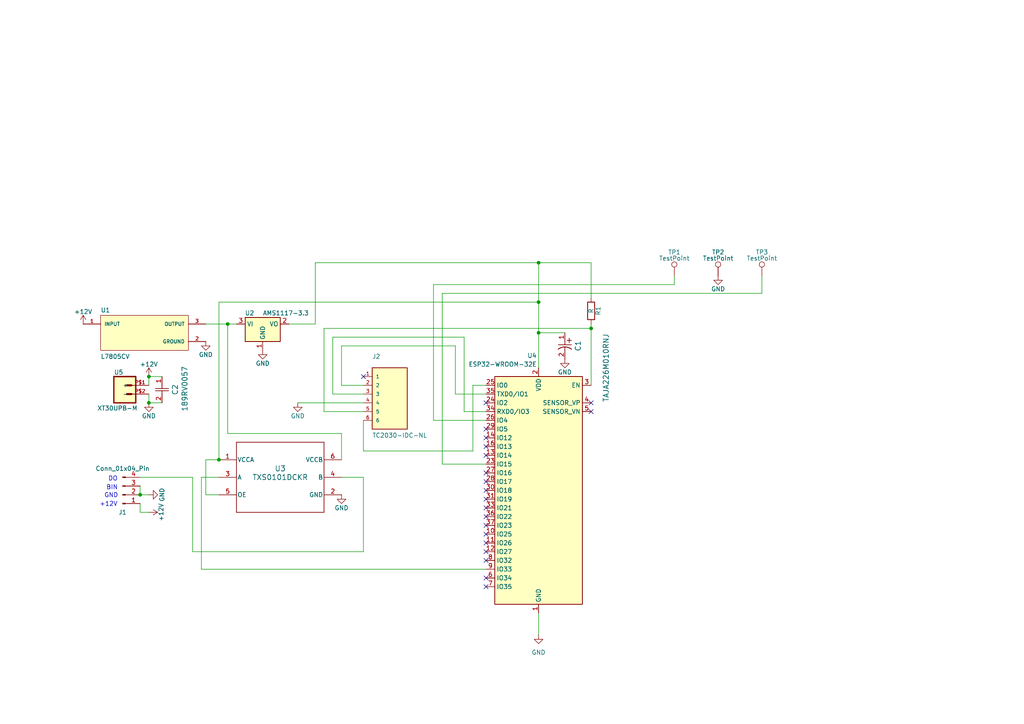
<source format=kicad_sch>
(kicad_sch (version 20250114) (generator "eeschema") (generator_version "9.0")
  (paper "A4")
  (lib_symbols
    (symbol "189RV0057:189RV0057" (pin_names (offset 0.254))
      (property "Reference" "C" (at 3.81 3.81 0))
      (property "Value" "189RV0057" (at 3.81 -3.81 0))
      (symbol "189RV0057_1_1"
        (polyline (pts (xy 2.54 0) (xy 3.4798 0)) (stroke (width 0.2032)))
        (polyline (pts (xy 3.4798 -1.905) (xy 3.4798 1.905)) (stroke (width 0.2032)))
        (polyline (pts (xy 4.1148 0) (xy 5.08 0)) (stroke (width 0.2032)))
        (polyline (pts (xy 4.1148 -1.905) (xy 4.1148 1.905)) (stroke (width 0.2032)))
        (pin unspecified line (at 0 0 0) (length 2.54) (name "") (number "1"))
        (pin unspecified line (at 7.62 0 180) (length 2.54) (name "") (number "2"))
      )
      (symbol "189RV0057_1_2"
        (polyline (pts (xy -1.905 -3.4798) (xy 1.905 -3.4798)) (stroke (width 0.2032)))
        (polyline (pts (xy -1.905 -4.1148) (xy 1.905 -4.1148)) (stroke (width 0.2032)))
        (polyline (pts (xy 0 -2.54) (xy 0 -3.4798)) (stroke (width 0.2032)))
        (polyline (pts (xy 0 -4.1148) (xy 0 -5.08)) (stroke (width 0.2032)))
        (pin unspecified line (at 0 0 270) (length 2.54) (name "") (number "1"))
        (pin unspecified line (at 0 -7.62 90) (length 2.54) (name "") (number "2"))
      )
    )
    (symbol "Connector:Conn_01x04_Pin" (pin_names (offset 1.016) (hide yes))
      (property "Reference" "J" (at 0 5.08 0))
      (property "Value" "Conn_01x04_Pin" (at 0 -7.62 0))
      (symbol "Conn_01x04_Pin_1_1"
        (rectangle (start 0.8636 2.667) (end 0 2.413) (stroke (width 0.1524)) (fill (type outline)))
        (rectangle (start 0.8636 0.127) (end 0 -0.127) (stroke (width 0.1524)) (fill (type outline)))
        (rectangle (start 0.8636 -2.413) (end 0 -2.667) (stroke (width 0.1524)) (fill (type outline)))
        (rectangle (start 0.8636 -4.953) (end 0 -5.207) (stroke (width 0.1524)) (fill (type outline)))
        (polyline (pts (xy 1.27 2.54) (xy 0.8636 2.54)) (stroke (width 0.1524)))
        (polyline (pts (xy 1.27 0) (xy 0.8636 0)) (stroke (width 0.1524)))
        (polyline (pts (xy 1.27 -2.54) (xy 0.8636 -2.54)) (stroke (width 0.1524)))
        (polyline (pts (xy 1.27 -5.08) (xy 0.8636 -5.08)) (stroke (width 0.1524)))
        (pin passive line (at 5.08 2.54 180) (length 3.81) (name "Pin_1") (number "1"))
        (pin passive line (at 5.08 0 180) (length 3.81) (name "Pin_2") (number "2"))
        (pin passive line (at 5.08 -2.54 180) (length 3.81) (name "Pin_3") (number "3"))
        (pin passive line (at 5.08 -5.08 180) (length 3.81) (name "Pin_4") (number "4"))
      )
    )
    (symbol "Connector:TestPoint" (pin_numbers (hide yes)) (pin_names (offset 0.762) (hide yes))
      (property "Reference" "TP" (at 0 6.858 0))
      (property "Value" "TestPoint" (at 0 5.08 0))
      (symbol "TestPoint_0_1"
        (circle (center 0 3.302) (radius 0.762))
      )
      (symbol "TestPoint_1_1"
        (pin passive line (at 0 0 90) (length 2.54) (name "1") (number "1"))
      )
    )
    (symbol "Device:R" (pin_numbers (hide yes)) (pin_names (offset 0))
      (property "Reference" "R" (at 2.032 0 90))
      (property "Value" "R" (at 0 0 90))
      (symbol "R_0_1"
        (rectangle (start -1.016 -2.54) (end 1.016 2.54) (stroke (width 0.254)))
      )
      (symbol "R_1_1"
        (pin passive line (at 0 3.81 270) (length 1.27) (name "~") (number "1"))
        (pin passive line (at 0 -3.81 90) (length 1.27) (name "~") (number "2"))
      )
    )
    (symbol "L7805CV:L7805CV" (pin_names (offset 1.016))
      (property "Reference" "U" (at -12.7 5.842 0))
      (property "Value" "L7805CV" (at -12.7 -7.62 0))
      (symbol "L7805CV_0_0"
        (rectangle (start -12.7 -5.08) (end 12.7 5.08) (stroke (width 0.1524)) (fill (type background)))
        (pin input line (at -17.78 2.54 0) (length 5.08) (name "INPUT") (number "1"))
        (pin output line (at 17.78 2.54 180) (length 5.08) (name "OUTPUT") (number "3"))
        (pin power_in line (at 17.78 -2.54 180) (length 5.08) (name "GROUND") (number "2"))
      )
    )
    (symbol "RF_Module:ESP32-WROOM-32E"
      (property "Reference" "U" (at -12.7 34.29 0))
      (property "Value" "ESP32-WROOM-32E" (at 1.27 34.29 0))
      (symbol "ESP32-WROOM-32E_0_1"
        (rectangle (start -12.7 33.02) (end 12.7 -33.02) (stroke (width 0.254)) (fill (type background)))
      )
      (symbol "ESP32-WROOM-32E_1_1"
        (pin input line (at -15.24 30.48 0) (length 2.54) (name "EN") (number "3"))
        (pin input line (at -15.24 25.4 0) (length 2.54) (name "SENSOR_VP") (number "4"))
        (pin input line (at -15.24 22.86 0) (length 2.54) (name "SENSOR_VN") (number "5"))
        (pin no_connect line (at -12.7 0 0) (length 2.54) (hide yes) (name "NC") (number "21"))
        (pin no_connect line (at -12.7 -2.54 0) (length 2.54) (hide yes) (name "NC") (number "22"))
        (pin no_connect line (at -12.7 -5.08 0) (length 2.54) (hide yes) (name "NC") (number "17"))
        (pin no_connect line (at -12.7 -7.62 0) (length 2.54) (hide yes) (name "NC") (number "18"))
        (pin no_connect line (at -12.7 -10.16 0) (length 2.54) (hide yes) (name "NC") (number "20"))
        (pin no_connect line (at -12.7 -12.7 0) (length 2.54) (hide yes) (name "NC") (number "19"))
        (pin no_connect line (at -12.7 -27.94 0) (length 2.54) (hide yes) (name "NC") (number "32"))
        (pin power_in line (at 0 35.56 270) (length 2.54) (name "VDD") (number "2"))
        (pin power_in line (at 0 -35.56 90) (length 2.54) (name "GND") (number "1"))
        (pin passive line (at 0 -35.56 90) (length 2.54) (hide yes) (name "GND") (number "15"))
        (pin passive line (at 0 -35.56 90) (length 2.54) (hide yes) (name "GND") (number "38"))
        (pin passive line (at 0 -35.56 90) (length 2.54) (hide yes) (name "GND") (number "39"))
        (pin bidirectional line (at 15.24 30.48 180) (length 2.54) (name "IO0") (number "25"))
        (pin bidirectional line (at 15.24 27.94 180) (length 2.54) (name "TXD0/IO1") (number "35"))
        (pin bidirectional line (at 15.24 25.4 180) (length 2.54) (name "IO2") (number "24"))
        (pin bidirectional line (at 15.24 22.86 180) (length 2.54) (name "RXD0/IO3") (number "34"))
        (pin bidirectional line (at 15.24 20.32 180) (length 2.54) (name "IO4") (number "26"))
        (pin bidirectional line (at 15.24 17.78 180) (length 2.54) (name "IO5") (number "29"))
        (pin bidirectional line (at 15.24 15.24 180) (length 2.54) (name "IO12") (number "14"))
        (pin bidirectional line (at 15.24 12.7 180) (length 2.54) (name "IO13") (number "16"))
        (pin bidirectional line (at 15.24 10.16 180) (length 2.54) (name "IO14") (number "13"))
        (pin bidirectional line (at 15.24 7.62 180) (length 2.54) (name "IO15") (number "23"))
        (pin bidirectional line (at 15.24 5.08 180) (length 2.54) (name "IO16") (number "27"))
        (pin bidirectional line (at 15.24 2.54 180) (length 2.54) (name "IO17") (number "28"))
        (pin bidirectional line (at 15.24 0 180) (length 2.54) (name "IO18") (number "30"))
        (pin bidirectional line (at 15.24 -2.54 180) (length 2.54) (name "IO19") (number "31"))
        (pin bidirectional line (at 15.24 -5.08 180) (length 2.54) (name "IO21") (number "33"))
        (pin bidirectional line (at 15.24 -7.62 180) (length 2.54) (name "IO22") (number "36"))
        (pin bidirectional line (at 15.24 -10.16 180) (length 2.54) (name "IO23") (number "37"))
        (pin bidirectional line (at 15.24 -12.7 180) (length 2.54) (name "IO25") (number "10"))
        (pin bidirectional line (at 15.24 -15.24 180) (length 2.54) (name "IO26") (number "11"))
        (pin bidirectional line (at 15.24 -17.78 180) (length 2.54) (name "IO27") (number "12"))
        (pin bidirectional line (at 15.24 -20.32 180) (length 2.54) (name "IO32") (number "8"))
        (pin bidirectional line (at 15.24 -22.86 180) (length 2.54) (name "IO33") (number "9"))
        (pin input line (at 15.24 -25.4 180) (length 2.54) (name "IO34") (number "6"))
        (pin input line (at 15.24 -27.94 180) (length 2.54) (name "IO35") (number "7"))
      )
    )
    (symbol "Regulator_Linear:AMS1117-3.3"
      (property "Reference" "U" (at -3.81 3.175 0))
      (property "Value" "AMS1117-3.3" (at 0 3.175 0))
      (symbol "AMS1117-3.3_0_1"
        (rectangle (start -5.08 -5.08) (end 5.08 1.905) (stroke (width 0.254)) (fill (type background)))
      )
      (symbol "AMS1117-3.3_1_1"
        (pin power_in line (at -7.62 0 0) (length 2.54) (name "VI") (number "3"))
        (pin power_in line (at 0 -7.62 90) (length 2.54) (name "GND") (number "1"))
        (pin power_out line (at 7.62 0 180) (length 2.54) (name "VO") (number "2"))
      )
    )
    (symbol "TAJA226M010RNJ:TAJA226M010RNJ" (pin_names (offset 0.254))
      (property "Reference" "C" (at 3.81 3.81 0))
      (property "Value" "TAJA226M010RNJ" (at 3.81 -3.81 0))
      (symbol "TAJA226M010RNJ_1_1"
        (polyline (pts (xy 1.5748 1.27) (xy 2.8448 1.27)) (stroke (width 0.2032)))
        (polyline (pts (xy 2.2098 0.635) (xy 2.2098 1.905)) (stroke (width 0.2032)))
        (polyline (pts (xy 2.54 0) (xy 3.4798 0)) (stroke (width 0.2032)))
        (polyline (pts (xy 3.4798 -1.905) (xy 3.4798 1.905)) (stroke (width 0.2032)))
        (polyline (pts (xy 4.1148 0) (xy 5.08 0)) (stroke (width 0.2032)))
        (arc (start 4.7541 -1.9108) (mid 4.1148 0) (end 4.7541 1.9108) (stroke (width 0.254)))
        (pin unspecified line (at 0 0 0) (length 2.54) (name "") (number "1"))
        (pin unspecified line (at 7.62 0 180) (length 2.54) (name "") (number "2"))
      )
      (symbol "TAJA226M010RNJ_1_2"
        (polyline (pts (xy -1.905 -3.4798) (xy 1.905 -3.4798)) (stroke (width 0.2032)))
        (polyline (pts (xy 0 -2.54) (xy 0 -3.4798)) (stroke (width 0.2032)))
        (polyline (pts (xy 0 -4.1148) (xy 0 -5.08)) (stroke (width 0.2032)))
        (arc (start -1.9108 -4.7541) (mid 0 -4.1148) (end 1.9108 -4.7541) (stroke (width 0.254)))
        (polyline (pts (xy 0.635 -2.2098) (xy 1.905 -2.2098)) (stroke (width 0.2032)))
        (polyline (pts (xy 1.27 -1.5748) (xy 1.27 -2.8448)) (stroke (width 0.2032)))
        (pin unspecified line (at 0 0 270) (length 2.54) (name "") (number "2"))
        (pin unspecified line (at 0 -7.62 90) (length 2.54) (name "") (number "1"))
      )
    )
    (symbol "TC2030-IDC-NL:TC2030-IDC-NL" (pin_names (offset 1.016))
      (property "Reference" "J" (at -5.0862 12.7156 0))
      (property "Value" "TC2030-IDC-NL" (at -5.0802 -10.1604 0))
      (symbol "TC2030-IDC-NL_0_0"
        (rectangle (start -5.08 -7.62) (end 5.08 10.16) (stroke (width 0.254)) (fill (type background)))
        (pin passive line (at -7.62 7.62 0) (length 2.54) (name "1") (number "1"))
        (pin passive line (at -7.62 5.08 0) (length 2.54) (name "2") (number "2"))
        (pin passive line (at -7.62 2.54 0) (length 2.54) (name "3") (number "3"))
        (pin passive line (at -7.62 0 0) (length 2.54) (name "4") (number "4"))
        (pin passive line (at -7.62 -2.54 0) (length 2.54) (name "5") (number "5"))
        (pin passive line (at -7.62 -5.08 0) (length 2.54) (name "6") (number "6"))
      )
    )
    (symbol "TXS0101DCKR:TXS0101DCKR" (pin_names (offset 0.254))
      (property "Reference" "U" (at 0 2.54 0))
      (property "Value" "TXS0101DCKR" (at 0 0 0))
      (symbol "TXS0101DCKR_0_1"
        (polyline (pts (xy -12.7 10.16) (xy -12.7 -10.16)) (stroke (width 0.2032)))
        (polyline (pts (xy -12.7 -10.16) (xy 12.7 -10.16)) (stroke (width 0.2032)))
        (polyline (pts (xy 12.7 10.16) (xy -12.7 10.16)) (stroke (width 0.2032)))
        (polyline (pts (xy 12.7 -10.16) (xy 12.7 10.16)) (stroke (width 0.2032)))
        (pin power_in line (at -17.78 5.08 0) (length 5.08) (name "VCCA") (number "1"))
        (pin bidirectional line (at -17.78 0 0) (length 5.08) (name "A") (number "3"))
        (pin input line (at -17.78 -5.08 0) (length 5.08) (name "OE") (number "5"))
        (pin power_in line (at 17.78 5.08 180) (length 5.08) (name "VCCB") (number "6"))
        (pin bidirectional line (at 17.78 0 180) (length 5.08) (name "B") (number "4"))
        (pin power_in line (at 17.78 -5.08 180) (length 5.08) (name "GND") (number "2"))
      )
    )
    (symbol "XT30UPB-M:XT30UPB-M" (pin_names (offset 1.016))
      (property "Reference" "U" (at -2.54 5.588 0))
      (property "Value" "XT30UPB-M" (at -2.54 -4.826 0))
      (symbol "XT30UPB-M_0_0"
        (rectangle (start -2.54 -2.54) (end 3.81 5.08) (stroke (width 0.4064)) (fill (type background)))
        (polyline (pts (xy 1.27 2.54) (xy 2.54 2.54)) (stroke (width 0.6096)))
        (polyline (pts (xy 1.27 0) (xy 2.54 0)) (stroke (width 0.6096)))
        (pin passive line (at 7.62 2.54 180) (length 5.08) (name "+") (number "P$1"))
        (pin passive line (at 7.62 0 180) (length 5.08) (name "-") (number "P$2"))
      )
    )
    (symbol "power:+12V" (power) (pin_numbers (hide yes)) (pin_names (offset 0) (hide yes))
      (property "Value" "+12V" (at 0 3.556 0))
      (symbol "+12V_0_1"
        (polyline (pts (xy -0.762 1.27) (xy 0 2.54)))
        (polyline (pts (xy 0 2.54) (xy 0.762 1.27)))
        (polyline (pts (xy 0 0) (xy 0 2.54)))
      )
      (symbol "+12V_1_1"
        (pin power_in line (at 0 0 90) (length 0) (name "~") (number "1"))
      )
    )
    (symbol "power:GND" (power) (pin_numbers (hide yes)) (pin_names (offset 0) (hide yes))
      (property "Value" "GND" (at 0 -3.81 0))
      (symbol "GND_0_1"
        (polyline (pts (xy 0 0) (xy 0 -1.27) (xy 1.27 -1.27) (xy 0 -2.54) (xy -1.27 -1.27) (xy 0 -1.27)))
      )
      (symbol "GND_1_1"
        (pin power_in line (at 0 0 270) (length 0) (name "~") (number "1"))
      )
    )
  )
  (text "BIN" (at 32.512 141.478 0) (effects (font (size 1.27 1.27))))
  (text "GND" (at 32.258 143.764 0) (effects (font (size 1.27 1.27))))
  (text "DO" (at 32.766 138.938 0) (effects (font (size 1.27 1.27))))
  (text "+12V\n" (at 31.496 146.304 0) (effects (font (size 1.27 1.27))))
  (junction (at 156.21 76.2))
  (junction (at 43.18 109.22))
  (junction (at 171.45 95.25))
  (junction (at 63.5 133.35))
  (junction (at 156.21 87.63))
  (junction (at 156.21 96.52))
  (junction (at 43.18 116.84))
  (junction (at 40.64 143.51))
  (junction (at 66.04 93.98))
  (no_connect (at 171.45 119.38))
  (no_connect (at 140.97 152.4))
  (no_connect (at 140.97 124.46))
  (no_connect (at 140.97 160.02))
  (no_connect (at 140.97 162.56))
  (no_connect (at 140.97 132.08))
  (no_connect (at 140.97 142.24))
  (no_connect (at 140.97 154.94))
  (no_connect (at 140.97 147.32))
  (no_connect (at 140.97 127))
  (no_connect (at 140.97 149.86))
  (no_connect (at 140.97 167.64))
  (no_connect (at 140.97 144.78))
  (no_connect (at 140.97 139.7))
  (no_connect (at 140.97 137.16))
  (no_connect (at 140.97 157.48))
  (no_connect (at 140.97 116.84))
  (no_connect (at 171.45 116.84))
  (no_connect (at 140.97 170.18))
  (no_connect (at 105.41 109.22))
  (no_connect (at 140.97 129.54))
  (wire (pts (xy 96.52 114.3) (xy 105.41 114.3)))
  (wire (pts (xy 55.88 138.43) (xy 55.88 160.02)))
  (wire (pts (xy 137.16 111.76) (xy 140.97 111.76)))
  (wire (pts (xy 58.42 165.1) (xy 140.97 165.1)))
  (wire (pts (xy 171.45 95.25) (xy 171.45 111.76)))
  (wire (pts (xy 58.42 138.43) (xy 63.5 138.43)))
  (wire (pts (xy 105.41 130.81) (xy 137.16 130.81)))
  (wire (pts (xy 46.99 116.84) (xy 43.18 116.84)))
  (wire (pts (xy 66.04 125.73) (xy 99.06 125.73)))
  (wire (pts (xy 59.69 93.98) (xy 66.04 93.98)))
  (wire (pts (xy 163.83 96.52) (xy 156.21 96.52)))
  (wire (pts (xy 156.21 87.63) (xy 156.21 96.52)))
  (wire (pts (xy 96.52 97.79) (xy 134.62 97.79)))
  (wire (pts (xy 128.27 85.09) (xy 128.27 134.62)))
  (wire (pts (xy 99.06 100.33) (xy 99.06 111.76)))
  (wire (pts (xy 99.06 125.73) (xy 99.06 133.35)))
  (wire (pts (xy 156.21 76.2) (xy 171.45 76.2)))
  (wire (pts (xy 137.16 111.76) (xy 137.16 130.81)))
  (wire (pts (xy 93.98 95.25) (xy 171.45 95.25)))
  (wire (pts (xy 128.27 85.09) (xy 220.98 85.09)))
  (wire (pts (xy 43.18 114.3) (xy 43.18 116.84)))
  (wire (pts (xy 66.04 93.98) (xy 66.04 125.73)))
  (wire (pts (xy 171.45 93.98) (xy 171.45 95.25)))
  (wire (pts (xy 156.21 184.15) (xy 156.21 177.8)))
  (wire (pts (xy 40.64 138.43) (xy 55.88 138.43)))
  (wire (pts (xy 58.42 165.1) (xy 58.42 138.43)))
  (wire (pts (xy 195.58 80.01) (xy 195.58 82.55)))
  (wire (pts (xy 93.98 95.25) (xy 93.98 119.38)))
  (wire (pts (xy 40.64 140.97) (xy 40.64 143.51)))
  (wire (pts (xy 91.44 93.98) (xy 91.44 76.2)))
  (wire (pts (xy 46.99 109.22) (xy 43.18 109.22)))
  (wire (pts (xy 132.08 114.3) (xy 140.97 114.3)))
  (wire (pts (xy 125.73 82.55) (xy 195.58 82.55)))
  (wire (pts (xy 63.5 87.63) (xy 156.21 87.63)))
  (wire (pts (xy 40.64 148.59) (xy 43.18 148.59)))
  (wire (pts (xy 220.98 80.01) (xy 220.98 85.09)))
  (wire (pts (xy 93.98 119.38) (xy 105.41 119.38)))
  (wire (pts (xy 132.08 100.33) (xy 132.08 114.3)))
  (wire (pts (xy 171.45 76.2) (xy 171.45 86.36)))
  (wire (pts (xy 125.73 121.92) (xy 140.97 121.92)))
  (wire (pts (xy 91.44 76.2) (xy 156.21 76.2)))
  (wire (pts (xy 59.69 133.35) (xy 59.69 143.51)))
  (wire (pts (xy 40.64 146.05) (xy 40.64 148.59)))
  (wire (pts (xy 63.5 133.35) (xy 59.69 133.35)))
  (wire (pts (xy 128.27 134.62) (xy 140.97 134.62)))
  (wire (pts (xy 156.21 76.2) (xy 156.21 87.63)))
  (wire (pts (xy 134.62 97.79) (xy 134.62 119.38)))
  (wire (pts (xy 105.41 138.43) (xy 99.06 138.43)))
  (wire (pts (xy 55.88 160.02) (xy 105.41 160.02)))
  (wire (pts (xy 96.52 97.79) (xy 96.52 114.3)))
  (wire (pts (xy 86.36 116.84) (xy 105.41 116.84)))
  (wire (pts (xy 40.64 143.51) (xy 43.18 143.51)))
  (wire (pts (xy 99.06 111.76) (xy 105.41 111.76)))
  (wire (pts (xy 125.73 82.55) (xy 125.73 121.92)))
  (wire (pts (xy 105.41 121.92) (xy 105.41 130.81)))
  (wire (pts (xy 156.21 96.52) (xy 156.21 106.68)))
  (wire (pts (xy 83.82 93.98) (xy 91.44 93.98)))
  (wire (pts (xy 105.41 160.02) (xy 105.41 138.43)))
  (wire (pts (xy 134.62 119.38) (xy 140.97 119.38)))
  (wire (pts (xy 66.04 93.98) (xy 68.58 93.98)))
  (wire (pts (xy 99.06 100.33) (xy 132.08 100.33)))
  (wire (pts (xy 63.5 87.63) (xy 63.5 133.35)))
  (wire (pts (xy 59.69 143.51) (xy 63.5 143.51)))
  (wire (pts (xy 43.18 109.22) (xy 43.18 111.76)))
  (symbol (lib_id "power:GND") (at 59.69 99.06 0) (unit 1)
    (property "Reference" "#PWR013" (effects (hide yes)))
    (property "Value" "GND" (at 59.69 102.87 0))
    (property "Description" "Power symbol creates a global label with name \"GND\" , ground" (effects (hide yes)))
  )
  (symbol (lib_id "power:GND") (at 43.18 116.84 0) (unit 1)
    (property "Reference" "#PWR08" (effects (hide yes)))
    (property "Value" "GND" (at 43.18 120.65 0))
    (property "Description" "Power symbol creates a global label with name \"GND\" , ground" (effects (hide yes)))
  )
  (symbol (lib_id "power:GND") (at 76.2 101.6 0) (unit 1)
    (property "Reference" "#PWR014" (effects (hide yes)))
    (property "Value" "GND" (at 76.2 105.41 0))
    (property "Description" "Power symbol creates a global label with name \"GND\" , ground" (effects (hide yes)))
  )
  (symbol (lib_id "power:GND") (at 86.36 116.84 0) (unit 1)
    (property "Reference" "#PWR010" (effects (hide yes)))
    (property "Value" "GND" (at 86.36 120.65 0))
    (property "Description" "Power symbol creates a global label with name \"GND\" , ground" (effects (hide yes)))
  )
  (symbol (lib_id "power:+12V") (at 24.13 93.98 0) (unit 1)
    (property "Reference" "#PWR012" (effects (hide yes)))
    (property "Value" "+12V" (at 24.13 90.424 0))
    (property "Description" "Power symbol creates a global label with name \"+12V\"" (effects (hide yes)))
  )
  (symbol (lib_id "TXS0101DCKR:TXS0101DCKR") (at 81.28 138.43 0) (unit 1)
    (property "Reference" "U3" (at 81.28 135.89 0) (effects (font (size 1.524 1.524))))
    (property "Value" "TXS0101DCKR" (at 81.28 138.43 0) (effects (font (size 1.524 1.524))))
    (property "Footprint" "TXS0101DCKR:DCK0006A_L" (effects (hide yes)))
    (property "Datasheet" "https://www.ti.com/lit/gpn/txs0101" (effects (hide yes)))
  )
  (symbol (lib_id "Regulator_Linear:AMS1117-3.3") (at 76.2 93.98 0) (unit 1)
    (property "Reference" "U2" (at 72.39 90.805 0))
    (property "Value" "AMS1117-3.3" (at 76.2 90.805 0) (effects (justify left)))
    (property "Footprint" "Package_TO_SOT_SMD:SOT-223-3_TabPin2" (effects (hide yes)))
    (property "Datasheet" "http://www.advanced-monolithic.com/pdf/ds1117.pdf" (effects (hide yes)))
    (property "Description" "1A Low Dropout regulator, positive, 3.3V fixed output, SOT-223" (effects (hide yes)))
  )
  (symbol (lib_id "power:GND") (at 156.21 184.15 0) (unit 1)
    (property "Reference" "#PWR0245" (effects (hide yes)))
    (property "Value" "GND" (at 156.21 189.23 0))
    (property "Description" "Power symbol creates a global label with name \"GND\" , ground" (effects (hide yes)))
  )
  (symbol (lib_id "Device:R") (at 171.45 90.17 0) (unit 1)
    (property "Reference" "R1" (at 173.482 90.17 90))
    (property "Value" "R" (at 171.45 90.17 90))
    (property "Footprint" "1206W4J0123T5E:RESC3115X65N" (effects (hide yes)))
    (property "Description" "Resistor" (effects (hide yes)))
  )
  (symbol (lib_id "L7805CV:L7805CV") (at 41.91 96.52 0) (unit 1)
    (property "Reference" "U1" (at 29.21 90.678 0) (effects (justify left bottom)))
    (property "Value" "L7805CV" (at 29.21 104.14 0) (effects (justify left bottom)))
    (property "Footprint" "L7805CV:TO255P1040X460X1968-3" (effects (hide yes)))
    (property "PARTREV" "36" (effects (hide yes)))
    (property "STANDARD" "IPC-7351B" (effects (hide yes)))
    (property "MANUFACTURER" "STMicroelectronics" (effects (hide yes)))
  )
  (symbol (lib_id "Connector:Conn_01x04_Pin") (at 35.56 143.51 0) (mirror x) (unit 1)
    (property "Reference" "J1" (at 35.56 148.59 0))
    (property "Value" "Conn_01x04_Pin" (at 35.56 135.89 0))
    (property "Footprint" "Connector_PinHeader_2.54mm:PinHeader_1x04_P2.54mm_Vertical" (effects (hide yes)))
    (property "Description" "Generic connector, single row, 01x04, script generated" (effects (hide yes)))
  )
  (symbol (lib_id "XT30UPB-M:XT30UPB-M") (at 35.56 114.3 0) (unit 1)
    (property "Reference" "U5" (at 33.02 108.712 0) (effects (justify left bottom)))
    (property "Value" "XT30UPB-M" (at 28.194 119.126 0) (effects (justify left bottom)))
    (property "Footprint" "XT30UPB-M:XT30UPB-M" (effects (hide yes)))
    (property "MF" "amass" (effects (hide yes)))
    (property "Description_1" "Socket; DC supply; XT30; male; PIN: 2; on PCBs; THT; yellow; 15A; 500V" (effects (hide yes)))
    (property "Package" "None" (effects (hide yes)))
    (property "Price" "None" (effects (hide yes)))
    (property "SnapEDA_Link" "https://www.snapeda.com/parts/XT30UPB-M/AMASS/view-part/?ref=snap" (effects (hide yes)))
    (property "MP" "XT30UPB-M" (effects (hide yes)))
    (property "Availability" "Not in stock" (effects (hide yes)))
    (property "Check_prices" "https://www.snapeda.com/parts/XT30UPB-M/AMASS/view-part/?ref=eda" (effects (hide yes)))
  )
  (symbol (lib_id "RF_Module:ESP32-WROOM-32E") (at 156.21 142.24 0) (mirror y) (unit 1)
    (property "Reference" "U4" (at 155.702 103.124 0) (effects (justify left)))
    (property "Value" "ESP32-WROOM-32E" (at 155.702 105.664 0) (effects (justify left)))
    (property "Footprint" "RF_Module:ESP32-WROOM-32E" (effects (hide yes)))
    (property "Datasheet" "https://www.espressif.com/sites/default/files/documentation/esp32-wroom-32e_esp32-wroom-32ue_datasheet_en.pdf" (effects (hide yes)))
    (property "Description" "RF Module, ESP32-D0WD-V3 SoC, without PSRAM, Wi-Fi 802.11b/g/n, Bluetooth, BLE, 32-bit, 2.7-3.6V, onboard antenna, SMD" (effects (hide yes)))
  )
  (symbol (lib_id "power:+12V") (at 43.18 148.59 270) (unit 1)
    (property "Reference" "#PWR06" (effects (hide yes)))
    (property "Value" "+12V" (at 46.736 148.59 0))
    (property "Description" "Power symbol creates a global label with name \"+12V\"" (effects (hide yes)))
  )
  (symbol (lib_id "Connector:TestPoint") (at 208.28 80.01 0) (unit 1)
    (property "Reference" "TP2" (at 208.28 73.152 0))
    (property "Value" "TestPoint" (at 208.28 74.93 0))
    (property "Footprint" "TestPoint:TestPoint_Pad_1.0x1.0mm" (effects (hide yes)))
    (property "Description" "test point" (effects (hide yes)))
  )
  (symbol (lib_id "Connector:TestPoint") (at 195.58 80.01 0) (unit 1)
    (property "Reference" "TP1" (at 195.58 73.152 0))
    (property "Value" "TestPoint" (at 195.58 74.93 0))
    (property "Footprint" "TestPoint:TestPoint_Pad_1.0x1.0mm" (effects (hide yes)))
    (property "Description" "test point" (effects (hide yes)))
  )
  (symbol (lib_id "Connector:TestPoint") (at 220.98 80.01 0) (unit 1)
    (property "Reference" "TP3" (at 220.98 73.152 0))
    (property "Value" "TestPoint" (at 220.98 74.93 0))
    (property "Footprint" "TestPoint:TestPoint_Pad_1.0x1.0mm" (effects (hide yes)))
    (property "Description" "test point" (effects (hide yes)))
  )
  (symbol (lib_id "power:GND") (at 99.06 143.51 0) (unit 1)
    (property "Reference" "#PWR04" (effects (hide yes)))
    (property "Value" "GND" (at 99.06 147.32 0))
    (property "Description" "Power symbol creates a global label with name \"GND\" , ground" (effects (hide yes)))
  )
  (symbol (lib_id "power:GND") (at 163.83 104.14 0) (unit 1)
    (property "Reference" "#PWR0246" (effects (hide yes)))
    (property "Value" "GND" (at 163.83 107.95 0))
    (property "Description" "Power symbol creates a global label with name \"GND\" , ground" (effects (hide yes)))
  )
  (symbol (lib_id "power:+12V") (at 43.18 109.22 0) (unit 1)
    (property "Reference" "#PWR07" (effects (hide yes)))
    (property "Value" "+12V" (at 43.18 105.664 0))
    (property "Description" "Power symbol creates a global label with name \"+12V\"" (effects (hide yes)))
  )
  (symbol (lib_id "189RV0057:189RV0057") (at 46.99 109.22 270) (unit 1)
    (property "Reference" "C2" (at 50.8 113.03 0) (effects (font (size 1.524 1.524))))
    (property "Value" "189RV0057" (at 53.594 112.776 0) (effects (font (size 1.524 1.524))))
    (property "Footprint" "189RV0057:CAP_SMD_6p3x7p7_KNC" (effects (hide yes)))
    (property "Datasheet" "189RV0057" (effects (hide yes)))
  )
  (symbol (lib_id "power:GND") (at 208.28 80.01 0) (unit 1)
    (property "Reference" "#PWR011" (effects (hide yes)))
    (property "Value" "GND" (at 208.28 83.82 0))
    (property "Description" "Power symbol creates a global label with name \"GND\" , ground" (effects (hide yes)))
  )
  (symbol (lib_id "TC2030-IDC-NL:TC2030-IDC-NL") (at 113.03 116.84 0) (unit 1)
    (property "Reference" "J2" (at 107.9438 104.1244 0) (effects (justify left bottom)))
    (property "Value" "TC2030-IDC-NL" (at 107.9498 127.0004 0) (effects (justify left bottom)))
    (property "Footprint" "TC2030-IDC-NL:TAG_TC2030-IDC-NL" (effects (hide yes)))
    (property "MF" "Tag-Connect" (effects (hide yes)))
    (property "Description_1" "PLUG-OF-NAILS 6-PIN W/O LEGS 8" (effects (hide yes)))
    (property "Package" "None" (effects (hide yes)))
    (property "Price" "None" (effects (hide yes)))
    (property "Check_prices" "https://www.snapeda.com/parts/TC2030-IDC-NL/Tag-Connect/view-part/?ref=eda" (effects (hide yes)))
    (property "STANDARD" "Manufacturer recommendation" (effects (hide yes)))
    (property "PARTREV" "MS" (effects (hide yes)))
    (property "SnapEDA_Link" "https://www.snapeda.com/parts/TC2030-IDC-NL/Tag-Connect/view-part/?ref=snap" (effects (hide yes)))
    (property "MP" "TC2030-IDC-NL" (effects (hide yes)))
    (property "Availability" "Not in stock" (effects (hide yes)))
    (property "MANUFACTURER" "Tag-Connect" (effects (hide yes)))
  )
  (symbol (lib_id "power:GND") (at 43.18 143.51 90) (unit 1)
    (property "Reference" "#PWR05" (effects (hide yes)))
    (property "Value" "GND" (at 46.99 143.51 0))
    (property "Description" "Power symbol creates a global label with name \"GND\" , ground" (effects (hide yes)))
  )
  (symbol (lib_id "TAJA226M010RNJ:TAJA226M010RNJ") (at 163.83 96.52 270) (unit 1)
    (property "Reference" "C1" (at 167.64 100.33 0) (effects (font (size 1.524 1.524))))
    (property "Value" "TAJA226M010RNJ" (at 175.768 106.68 0) (effects (font (size 1.524 1.524))))
    (property "Footprint" "TAJA226M010RNJ:TAJA_AVX" (effects (hide yes)))
    (property "Datasheet" "TAJA226M010RNJ" (effects (hide yes)))
  )
)
</source>
